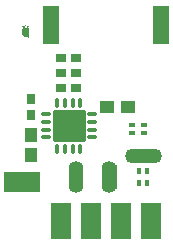
<source format=gts>
G04 DipTrace 2.4.0.2*
%INlightning.gts*%
%MOMM*%
%ADD10C,0.25*%
%ADD18C,0.165*%
%ADD24O,1.185X1.23*%
%ADD33O,1.23X1.185*%
%ADD47R,0.95X0.75*%
%ADD48R,1.35X3.25*%
%ADD49R,1.75X2.05*%
%ADD50R,1.75X1.65*%
%ADD51R,2.05X1.75*%
%ADD52R,1.65X1.75*%
%ADD53R,0.75X0.95*%
%ADD54R,1.05X1.15*%
%ADD55R,1.15X1.05*%
%ADD56R,0.55X0.45*%
%ADD57R,0.45X0.55*%
%ADD60R,2.65X2.65*%
%ADD61O,0.85X0.4*%
%ADD62O,0.4X0.85*%
%FSLAX53Y53*%
G04*
G71*
G90*
G75*
G01*
%LNTopMask*%
%LPD*%
X15062Y18576D2*
D18*
X15063Y18595D1*
X15065Y18613D1*
X15068Y18632D1*
X15073Y18650D1*
X15079Y18668D1*
X15086Y18685D1*
X15095Y18702D1*
X15105Y18718D1*
X15115Y18733D1*
X15127Y18748D1*
X15141Y18762D1*
X15155Y18774D1*
X15170Y18786D1*
X15185Y18797D1*
X15202Y18807D1*
X15219Y18816D1*
X15237Y18824D1*
X15255Y18830D1*
X15274Y18835D1*
X15293Y18839D1*
X15312Y18842D1*
X15332Y18843D1*
X15351D1*
X15371Y18842D1*
X15390Y18839D1*
X15409Y18835D1*
X15428Y18830D1*
X15446Y18824D1*
X15464Y18816D1*
X15481Y18807D1*
X15498Y18797D1*
X15514Y18786D1*
X15528Y18774D1*
X15543Y18762D1*
X15556Y18748D1*
X15568Y18733D1*
X15578Y18718D1*
X15588Y18702D1*
X15597Y18685D1*
X15604Y18668D1*
X15610Y18650D1*
X15615Y18632D1*
X15618Y18613D1*
X15620Y18595D1*
X15621Y18576D1*
X15620Y18558D1*
X15618Y18539D1*
X15615Y18521D1*
X15610Y18503D1*
X15604Y18485D1*
X15597Y18468D1*
X15588Y18451D1*
X15578Y18435D1*
X15568Y18420D1*
X15556Y18405D1*
X15543Y18391D1*
X15528Y18378D1*
X15514Y18366D1*
X15498Y18355D1*
X15481Y18345D1*
X15464Y18337D1*
X15446Y18329D1*
X15428Y18323D1*
X15409Y18318D1*
X15390Y18314D1*
X15371Y18311D1*
X15351Y18310D1*
X15332D1*
X15312Y18311D1*
X15293Y18314D1*
X15274Y18318D1*
X15255Y18323D1*
X15237Y18329D1*
X15219Y18337D1*
X15202Y18345D1*
X15185Y18355D1*
X15170Y18366D1*
X15155Y18378D1*
X15141Y18391D1*
X15127Y18405D1*
X15115Y18420D1*
X15105Y18435D1*
X15095Y18451D1*
X15086Y18468D1*
X15079Y18485D1*
X15073Y18503D1*
X15068Y18521D1*
X15065Y18539D1*
X15063Y18558D1*
X15062Y18576D1*
Y17673D2*
X15063Y17691D1*
X15065Y17710D1*
X15068Y17728D1*
X15073Y17746D1*
X15079Y17764D1*
X15086Y17781D1*
X15095Y17798D1*
X15105Y17814D1*
X15115Y17829D1*
X15127Y17844D1*
X15141Y17858D1*
X15155Y17871D1*
X15170Y17883D1*
X15185Y17894D1*
X15202Y17904D1*
X15219Y17912D1*
X15237Y17920D1*
X15255Y17926D1*
X15274Y17931D1*
X15293Y17935D1*
X15312Y17938D1*
X15332Y17939D1*
X15351D1*
X15371Y17938D1*
X15390Y17935D1*
X15409Y17931D1*
X15428Y17926D1*
X15446Y17920D1*
X15464Y17912D1*
X15481Y17904D1*
X15498Y17894D1*
X15514Y17883D1*
X15528Y17871D1*
X15543Y17858D1*
X15556Y17844D1*
X15568Y17829D1*
X15578Y17814D1*
X15588Y17798D1*
X15597Y17781D1*
X15604Y17764D1*
X15610Y17746D1*
X15615Y17728D1*
X15618Y17710D1*
X15620Y17691D1*
X15621Y17673D1*
X15620Y17654D1*
X15618Y17636D1*
X15615Y17617D1*
X15610Y17599D1*
X15604Y17582D1*
X15597Y17564D1*
X15588Y17548D1*
X15578Y17531D1*
X15568Y17516D1*
X15556Y17501D1*
X15543Y17487D1*
X15528Y17475D1*
X15514Y17463D1*
X15498Y17452D1*
X15481Y17442D1*
X15464Y17433D1*
X15446Y17425D1*
X15428Y17419D1*
X15409Y17414D1*
X15390Y17410D1*
X15371Y17408D1*
X15351Y17406D1*
X15332D1*
X15312Y17408D1*
X15293Y17410D1*
X15274Y17414D1*
X15255Y17419D1*
X15237Y17425D1*
X15219Y17433D1*
X15202Y17442D1*
X15185Y17452D1*
X15170Y17463D1*
X15155Y17475D1*
X15141Y17487D1*
X15127Y17501D1*
X15115Y17516D1*
X15105Y17531D1*
X15095Y17548D1*
X15086Y17564D1*
X15079Y17582D1*
X15073Y17599D1*
X15068Y17617D1*
X15065Y17636D1*
X15063Y17654D1*
X15062Y17673D1*
X14165Y19483D2*
X14166Y19501D1*
X14168Y19520D1*
X14171Y19538D1*
X14176Y19556D1*
X14182Y19574D1*
X14190Y19591D1*
X14198Y19608D1*
X14208Y19624D1*
X14219Y19639D1*
X14231Y19654D1*
X14244Y19668D1*
X14258Y19681D1*
X14273Y19693D1*
X14289Y19704D1*
X14305Y19714D1*
X14322Y19722D1*
X14340Y19730D1*
X14359Y19736D1*
X14377Y19741D1*
X14396Y19745D1*
X14416Y19748D1*
X14435Y19749D1*
X14455D1*
X14474Y19748D1*
X14494Y19745D1*
X14513Y19741D1*
X14531Y19736D1*
X14550Y19730D1*
X14568Y19722D1*
X14585Y19714D1*
X14601Y19704D1*
X14617Y19693D1*
X14632Y19681D1*
X14646Y19668D1*
X14659Y19654D1*
X14671Y19639D1*
X14682Y19624D1*
X14692Y19608D1*
X14700Y19591D1*
X14708Y19574D1*
X14714Y19556D1*
X14719Y19538D1*
X14722Y19520D1*
X14724Y19501D1*
X14725Y19483D1*
X14724Y19464D1*
X14722Y19446D1*
X14719Y19427D1*
X14714Y19409D1*
X14708Y19391D1*
X14700Y19374D1*
X14692Y19358D1*
X14682Y19341D1*
X14671Y19326D1*
X14659Y19311D1*
X14646Y19297D1*
X14632Y19285D1*
X14617Y19273D1*
X14601Y19262D1*
X14585Y19252D1*
X14568Y19243D1*
X14550Y19235D1*
X14531Y19229D1*
X14513Y19224D1*
X14494Y19220D1*
X14474Y19218D1*
X14455Y19216D1*
X14435D1*
X14416Y19218D1*
X14396Y19220D1*
X14377Y19224D1*
X14359Y19229D1*
X14340Y19235D1*
X14322Y19243D1*
X14305Y19252D1*
X14289Y19262D1*
X14273Y19273D1*
X14258Y19285D1*
X14244Y19297D1*
X14231Y19311D1*
X14219Y19326D1*
X14208Y19341D1*
X14198Y19358D1*
X14190Y19374D1*
X14182Y19391D1*
X14176Y19409D1*
X14171Y19427D1*
X14168Y19446D1*
X14166Y19464D1*
X14165Y19483D1*
X14163Y18583D2*
Y18602D1*
X14165Y18620D1*
X14169Y18638D1*
X14173Y18656D1*
X14179Y18674D1*
X14187Y18691D1*
X14195Y18708D1*
X14205Y18724D1*
X14216Y18740D1*
X14228Y18754D1*
X14241Y18768D1*
X14255Y18781D1*
X14270Y18793D1*
X14286Y18804D1*
X14302Y18814D1*
X14319Y18823D1*
X14337Y18830D1*
X14355Y18837D1*
X14374Y18842D1*
X14393Y18846D1*
X14413Y18848D1*
X14432Y18849D1*
X14451D1*
X14471Y18848D1*
X14490Y18846D1*
X14509Y18842D1*
X14528Y18837D1*
X14546Y18830D1*
X14564Y18823D1*
X14581Y18814D1*
X14598Y18804D1*
X14614Y18793D1*
X14629Y18781D1*
X14643Y18768D1*
X14656Y18754D1*
X14668Y18740D1*
X14678Y18724D1*
X14688Y18708D1*
X14697Y18691D1*
X14704Y18674D1*
X14710Y18656D1*
X14715Y18638D1*
X14718Y18620D1*
X14720Y18602D1*
X14721Y18583D1*
X14720Y18564D1*
X14718Y18546D1*
X14715Y18528D1*
X14710Y18509D1*
X14704Y18492D1*
X14697Y18475D1*
X14688Y18458D1*
X14678Y18442D1*
X14668Y18426D1*
X14656Y18412D1*
X14643Y18398D1*
X14629Y18385D1*
X14614Y18373D1*
X14598Y18362D1*
X14581Y18352D1*
X14564Y18343D1*
X14546Y18336D1*
X14528Y18329D1*
X14509Y18324D1*
X14490Y18320D1*
X14471Y18318D1*
X14451Y18316D1*
X14432D1*
X14413Y18318D1*
X14393Y18320D1*
X14374Y18324D1*
X14355Y18329D1*
X14337Y18336D1*
X14319Y18343D1*
X14302Y18352D1*
X14286Y18362D1*
X14270Y18373D1*
X14255Y18385D1*
X14241Y18398D1*
X14228Y18412D1*
X14216Y18426D1*
X14205Y18442D1*
X14195Y18458D1*
X14187Y18475D1*
X14179Y18492D1*
X14173Y18509D1*
X14169Y18528D1*
X14165Y18546D1*
X14163Y18564D1*
Y18583D1*
Y18573D2*
Y18592D1*
X14165Y18610D1*
X14169Y18628D1*
X14173Y18646D1*
X14179Y18664D1*
X14187Y18681D1*
X14195Y18698D1*
X14205Y18714D1*
X14216Y18730D1*
X14228Y18744D1*
X14241Y18758D1*
X14255Y18771D1*
X14270Y18783D1*
X14286Y18794D1*
X14302Y18804D1*
X14319Y18813D1*
X14337Y18820D1*
X14355Y18827D1*
X14374Y18832D1*
X14393Y18836D1*
X14413Y18838D1*
X14432Y18839D1*
X14451D1*
X14471Y18838D1*
X14490Y18836D1*
X14509Y18832D1*
X14528Y18827D1*
X14546Y18820D1*
X14564Y18813D1*
X14581Y18804D1*
X14598Y18794D1*
X14614Y18783D1*
X14629Y18771D1*
X14643Y18758D1*
X14656Y18744D1*
X14668Y18730D1*
X14678Y18714D1*
X14688Y18698D1*
X14697Y18681D1*
X14704Y18664D1*
X14710Y18646D1*
X14715Y18628D1*
X14718Y18610D1*
X14720Y18592D1*
X14721Y18573D1*
X14720Y18554D1*
X14718Y18536D1*
X14715Y18518D1*
X14710Y18499D1*
X14704Y18482D1*
X14697Y18465D1*
X14688Y18448D1*
X14678Y18432D1*
X14668Y18416D1*
X14656Y18402D1*
X14643Y18388D1*
X14629Y18375D1*
X14614Y18363D1*
X14598Y18352D1*
X14581Y18342D1*
X14564Y18333D1*
X14546Y18326D1*
X14528Y18319D1*
X14509Y18314D1*
X14490Y18310D1*
X14471Y18308D1*
X14451Y18307D1*
X14432D1*
X14413Y18308D1*
X14393Y18310D1*
X14374Y18314D1*
X14355Y18319D1*
X14337Y18326D1*
X14319Y18333D1*
X14302Y18342D1*
X14286Y18352D1*
X14270Y18363D1*
X14255Y18375D1*
X14241Y18388D1*
X14228Y18402D1*
X14216Y18416D1*
X14205Y18432D1*
X14195Y18448D1*
X14187Y18465D1*
X14179Y18482D1*
X14173Y18499D1*
X14169Y18518D1*
X14165Y18536D1*
X14163Y18554D1*
Y18573D1*
X14169Y17676D2*
X14170Y17695D1*
X14172Y17713D1*
X14175Y17732D1*
X14180Y17750D1*
X14186Y17767D1*
X14193Y17785D1*
X14202Y17801D1*
X14212Y17817D1*
X14222Y17833D1*
X14234Y17848D1*
X14247Y17861D1*
X14261Y17874D1*
X14276Y17886D1*
X14292Y17897D1*
X14309Y17907D1*
X14326Y17916D1*
X14344Y17923D1*
X14362Y17930D1*
X14381Y17935D1*
X14400Y17939D1*
X14419Y17941D1*
X14439Y17943D1*
X14458D1*
X14477Y17941D1*
X14497Y17939D1*
X14516Y17935D1*
X14535Y17930D1*
X14553Y17923D1*
X14571Y17916D1*
X14588Y17907D1*
X14604Y17897D1*
X14620Y17886D1*
X14635Y17874D1*
X14649Y17861D1*
X14662Y17848D1*
X14674Y17833D1*
X14685Y17817D1*
X14695Y17801D1*
X14703Y17785D1*
X14711Y17767D1*
X14717Y17750D1*
X14721Y17732D1*
X14725Y17713D1*
X14727Y17695D1*
Y17676D1*
Y17658D1*
X14725Y17639D1*
X14721Y17621D1*
X14717Y17603D1*
X14711Y17585D1*
X14703Y17568D1*
X14695Y17551D1*
X14685Y17535D1*
X14674Y17520D1*
X14662Y17505D1*
X14649Y17491D1*
X14635Y17478D1*
X14620Y17466D1*
X14604Y17455D1*
X14588Y17446D1*
X14571Y17437D1*
X14553Y17429D1*
X14535Y17423D1*
X14516Y17418D1*
X14497Y17414D1*
X14477Y17411D1*
X14458Y17410D1*
X14439D1*
X14419Y17411D1*
X14400Y17414D1*
X14381Y17418D1*
X14362Y17423D1*
X14344Y17429D1*
X14326Y17437D1*
X14309Y17446D1*
X14292Y17455D1*
X14276Y17466D1*
X14261Y17478D1*
X14247Y17491D1*
X14234Y17505D1*
X14222Y17520D1*
X14212Y17535D1*
X14202Y17551D1*
X14193Y17568D1*
X14186Y17585D1*
X14180Y17603D1*
X14175Y17621D1*
X14172Y17639D1*
X14170Y17658D1*
X14169Y17676D1*
X13262Y18580D2*
X13263Y18598D1*
X13265Y18617D1*
X13269Y18635D1*
X13273Y18653D1*
X13279Y18671D1*
X13287Y18688D1*
X13295Y18705D1*
X13305Y18721D1*
X13316Y18736D1*
X13328Y18751D1*
X13341Y18765D1*
X13355Y18778D1*
X13370Y18790D1*
X13386Y18801D1*
X13402Y18811D1*
X13419Y18819D1*
X13437Y18827D1*
X13455Y18833D1*
X13474Y18838D1*
X13493Y18842D1*
X13512Y18845D1*
X13532Y18846D1*
X13551D1*
X13571Y18845D1*
X13590Y18842D1*
X13609Y18838D1*
X13628Y18833D1*
X13646Y18827D1*
X13664Y18819D1*
X13681Y18811D1*
X13698Y18801D1*
X13714Y18790D1*
X13728Y18778D1*
X13742Y18765D1*
X13756Y18751D1*
X13768Y18736D1*
X13778Y18721D1*
X13788Y18705D1*
X13797Y18688D1*
X13804Y18671D1*
X13810Y18653D1*
X13815Y18635D1*
X13818Y18617D1*
X13820Y18598D1*
X13821Y18580D1*
X13820Y18561D1*
X13818Y18543D1*
X13815Y18524D1*
X13810Y18506D1*
X13804Y18488D1*
X13797Y18471D1*
X13788Y18454D1*
X13778Y18438D1*
X13768Y18423D1*
X13756Y18408D1*
X13742Y18394D1*
X13728Y18381D1*
X13714Y18370D1*
X13698Y18359D1*
X13681Y18349D1*
X13664Y18340D1*
X13646Y18332D1*
X13628Y18326D1*
X13609Y18321D1*
X13590Y18317D1*
X13571Y18314D1*
X13551Y18313D1*
X13532D1*
X13512Y18314D1*
X13493Y18317D1*
X13474Y18321D1*
X13455Y18326D1*
X13437Y18332D1*
X13419Y18340D1*
X13402Y18349D1*
X13386Y18359D1*
X13370Y18370D1*
X13355Y18381D1*
X13341Y18394D1*
X13328Y18408D1*
X13316Y18423D1*
X13305Y18438D1*
X13295Y18454D1*
X13287Y18471D1*
X13279Y18488D1*
X13273Y18506D1*
X13269Y18524D1*
X13265Y18543D1*
X13263Y18561D1*
X13262Y18580D1*
Y19476D2*
X13263Y19495D1*
X13265Y19513D1*
X13269Y19531D1*
X13273Y19550D1*
X13279Y19567D1*
X13287Y19584D1*
X13295Y19601D1*
X13305Y19617D1*
X13316Y19633D1*
X13328Y19647D1*
X13341Y19661D1*
X13355Y19674D1*
X13370Y19686D1*
X13386Y19697D1*
X13402Y19707D1*
X13419Y19716D1*
X13437Y19723D1*
X13455Y19730D1*
X13474Y19735D1*
X13493Y19739D1*
X13512Y19741D1*
X13532Y19743D1*
X13551D1*
X13571Y19741D1*
X13590Y19739D1*
X13609Y19735D1*
X13628Y19730D1*
X13646Y19723D1*
X13664Y19716D1*
X13681Y19707D1*
X13698Y19697D1*
X13714Y19686D1*
X13728Y19674D1*
X13742Y19661D1*
X13756Y19647D1*
X13768Y19633D1*
X13778Y19617D1*
X13788Y19601D1*
X13797Y19584D1*
X13804Y19567D1*
X13810Y19550D1*
X13815Y19531D1*
X13818Y19513D1*
X13820Y19495D1*
X13821Y19476D1*
X13820Y19457D1*
X13818Y19439D1*
X13815Y19421D1*
X13810Y19403D1*
X13804Y19385D1*
X13797Y19368D1*
X13788Y19351D1*
X13778Y19335D1*
X13768Y19319D1*
X13756Y19305D1*
X13742Y19291D1*
X13728Y19278D1*
X13714Y19266D1*
X13698Y19255D1*
X13681Y19245D1*
X13664Y19236D1*
X13646Y19229D1*
X13628Y19222D1*
X13609Y19217D1*
X13590Y19213D1*
X13571Y19211D1*
X13551Y19210D1*
X13532D1*
X13512Y19211D1*
X13493Y19213D1*
X13474Y19217D1*
X13455Y19222D1*
X13437Y19229D1*
X13419Y19236D1*
X13402Y19245D1*
X13386Y19255D1*
X13370Y19266D1*
X13355Y19278D1*
X13341Y19291D1*
X13328Y19305D1*
X13316Y19319D1*
X13305Y19335D1*
X13295Y19351D1*
X13287Y19368D1*
X13279Y19385D1*
X13273Y19403D1*
X13269Y19421D1*
X13265Y19439D1*
X13263Y19457D1*
X13262Y19476D1*
Y17673D2*
X13263Y17691D1*
X13265Y17710D1*
X13269Y17728D1*
X13273Y17746D1*
X13279Y17764D1*
X13287Y17781D1*
X13295Y17798D1*
X13305Y17814D1*
X13316Y17829D1*
X13328Y17844D1*
X13341Y17858D1*
X13355Y17871D1*
X13370Y17883D1*
X13386Y17894D1*
X13402Y17904D1*
X13419Y17912D1*
X13437Y17920D1*
X13455Y17926D1*
X13474Y17931D1*
X13493Y17935D1*
X13512Y17938D1*
X13532Y17939D1*
X13551D1*
X13571Y17938D1*
X13590Y17935D1*
X13609Y17931D1*
X13628Y17926D1*
X13646Y17920D1*
X13664Y17912D1*
X13681Y17904D1*
X13698Y17894D1*
X13714Y17883D1*
X13728Y17871D1*
X13742Y17858D1*
X13756Y17844D1*
X13768Y17829D1*
X13778Y17814D1*
X13788Y17798D1*
X13797Y17781D1*
X13804Y17764D1*
X13810Y17746D1*
X13815Y17728D1*
X13818Y17710D1*
X13820Y17691D1*
X13821Y17673D1*
X13820Y17654D1*
X13818Y17636D1*
X13815Y17617D1*
X13810Y17599D1*
X13804Y17582D1*
X13797Y17564D1*
X13788Y17548D1*
X13778Y17531D1*
X13768Y17516D1*
X13756Y17501D1*
X13742Y17487D1*
X13728Y17475D1*
X13714Y17463D1*
X13698Y17452D1*
X13681Y17442D1*
X13664Y17433D1*
X13646Y17425D1*
X13628Y17419D1*
X13609Y17414D1*
X13590Y17410D1*
X13571Y17408D1*
X13551Y17406D1*
X13532D1*
X13512Y17408D1*
X13493Y17410D1*
X13474Y17414D1*
X13455Y17419D1*
X13437Y17425D1*
X13419Y17433D1*
X13402Y17442D1*
X13386Y17452D1*
X13370Y17463D1*
X13355Y17475D1*
X13341Y17487D1*
X13328Y17501D1*
X13316Y17516D1*
X13305Y17531D1*
X13295Y17548D1*
X13287Y17564D1*
X13279Y17582D1*
X13273Y17599D1*
X13269Y17617D1*
X13265Y17636D1*
X13263Y17654D1*
X13262Y17673D1*
X15712Y19832D2*
D10*
X13185D1*
Y17342D1*
X15712D1*
Y19832D1*
G36*
X15651Y19239D2*
X13269D1*
Y18759D1*
X15651D1*
Y19239D1*
G37*
G36*
X14245Y19796D2*
X13779D1*
Y17319D1*
X14245D1*
Y19796D1*
G37*
G36*
X15105Y19779D2*
X14638D1*
Y17419D1*
X15105D1*
Y19779D1*
G37*
G36*
X15745Y18349D2*
X13275D1*
Y17876D1*
X15745D1*
Y18349D1*
G37*
X15049Y19449D2*
D18*
X15050Y19468D1*
X15052Y19487D1*
X15055Y19505D1*
X15060Y19523D1*
X15066Y19541D1*
X15073Y19558D1*
X15082Y19575D1*
X15091Y19591D1*
X15102Y19606D1*
X15114Y19621D1*
X15127Y19635D1*
X15141Y19648D1*
X15156Y19660D1*
X15172Y19670D1*
X15189Y19680D1*
X15206Y19689D1*
X15224Y19697D1*
X15242Y19703D1*
X15261Y19708D1*
X15280Y19712D1*
X15299Y19715D1*
X15319Y19716D1*
X15338D1*
X15358Y19715D1*
X15377Y19712D1*
X15396Y19708D1*
X15415Y19703D1*
X15433Y19697D1*
X15451Y19689D1*
X15468Y19680D1*
X15485Y19670D1*
X15500Y19660D1*
X15515Y19648D1*
X15529Y19635D1*
X15542Y19621D1*
X15554Y19606D1*
X15565Y19591D1*
X15575Y19575D1*
X15584Y19558D1*
X15591Y19541D1*
X15597Y19523D1*
X15602Y19505D1*
X15605Y19487D1*
X15607Y19468D1*
X15608Y19449D1*
X15607Y19431D1*
X15605Y19412D1*
X15602Y19394D1*
X15597Y19376D1*
X15591Y19358D1*
X15584Y19341D1*
X15575Y19324D1*
X15565Y19308D1*
X15554Y19293D1*
X15542Y19278D1*
X15529Y19264D1*
X15515Y19251D1*
X15500Y19239D1*
X15485Y19228D1*
X15468Y19219D1*
X15451Y19210D1*
X15433Y19202D1*
X15415Y19196D1*
X15396Y19191D1*
X15377Y19187D1*
X15358Y19184D1*
X15338Y19183D1*
X15319D1*
X15299Y19184D1*
X15280Y19187D1*
X15261Y19191D1*
X15242Y19196D1*
X15224Y19202D1*
X15206Y19210D1*
X15189Y19219D1*
X15172Y19228D1*
X15156Y19239D1*
X15141Y19251D1*
X15127Y19264D1*
X15114Y19278D1*
X15102Y19293D1*
X15091Y19308D1*
X15082Y19324D1*
X15073Y19341D1*
X15066Y19358D1*
X15060Y19376D1*
X15055Y19394D1*
X15052Y19412D1*
X15050Y19431D1*
X15049Y19449D1*
D62*
X15420Y20523D3*
X14770D3*
X14120D3*
X13470D3*
D61*
X12495Y19548D3*
Y18898D3*
Y18248D3*
Y17598D3*
D62*
X13470Y16623D3*
X14120D3*
X14770D3*
X15420D3*
D61*
X16395Y17598D3*
Y18248D3*
Y18898D3*
Y19548D3*
D60*
X14445Y18573D3*
D24*
X19817Y16033D3*
G36*
X19777Y15433D2*
X21752D1*
Y16632D1*
X19777D1*
Y15433D1*
G37*
D24*
X21737Y16033D3*
D57*
X20397Y13754D3*
X21097D3*
Y14754D3*
X20397D3*
D56*
X20795Y17938D3*
Y18638D3*
X19795D3*
Y17938D3*
D55*
X17723Y20160D3*
X19423D3*
D54*
X11277Y17835D3*
Y16135D3*
D53*
X11270Y19525D3*
Y20825D3*
D33*
X17881Y13463D3*
G36*
X18496Y13237D2*
X17266D1*
Y15237D1*
X18496D1*
Y13237D1*
G37*
D33*
X17881Y15011D3*
X15071Y13463D3*
G36*
X15687Y13237D2*
X14456D1*
Y15237D1*
X15687D1*
Y13237D1*
G37*
D33*
X15071Y15011D3*
D52*
X11270Y13810D3*
D51*
X10000D3*
D50*
X13810Y11270D3*
D49*
Y10000D3*
D50*
X16350Y11270D3*
D49*
Y10000D3*
D50*
X18890Y11270D3*
D49*
Y10000D3*
D50*
X21430Y11270D3*
D49*
Y10000D3*
D48*
X12970Y27145D3*
X22270D3*
D47*
X13795Y21748D3*
X15095D3*
X13795Y23018D3*
X15095D3*
Y24288D3*
X13795D3*
G36*
X11079Y26032D2*
X10889Y26061D1*
X10741Y26121D1*
X10647Y26197D1*
X10571Y26273D1*
X10508Y26386D1*
X10482Y26451D1*
X10462Y26546D1*
X10452Y26597D1*
X10447Y26680D1*
X10470Y26745D1*
X10508Y26783D1*
X10533Y26808D1*
X10546Y26872D1*
X10541Y26897D1*
X10526Y26948D1*
X10495Y26976D1*
X10577Y27075D1*
X10653Y27024D1*
X10671D1*
X10707Y27113D1*
X10762Y27126D1*
X10863Y27136D1*
X10757Y26883D1*
Y26851D1*
X10764Y26808D1*
X10787Y26798D1*
X10838Y26818D1*
X10901Y26934D1*
X10972Y27105D1*
X11023Y27080D1*
X11077Y27016D1*
X11003Y26826D1*
X11041Y26832D1*
X11079D1*
Y26032D1*
G37*
M02*

</source>
